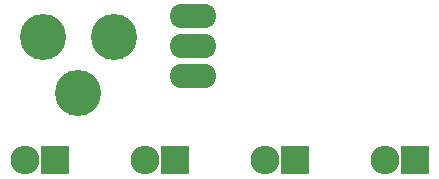
<source format=gbs>
G04 #@! TF.FileFunction,Soldermask,Bot*
%FSLAX46Y46*%
G04 Gerber Fmt 4.6, Leading zero omitted, Abs format (unit mm)*
G04 Created by KiCad (PCBNEW 4.0.1-3.201512221402+6198~38~ubuntu14.04.1-stable) date Mon 09 May 2016 07:42:58 PM PDT*
%MOMM*%
G01*
G04 APERTURE LIST*
%ADD10C,0.100000*%
%ADD11R,2.432000X2.432000*%
%ADD12O,2.432000X2.432000*%
%ADD13C,3.900120*%
%ADD14O,3.900120X2.099260*%
G04 APERTURE END LIST*
D10*
D11*
X106680000Y-101600000D03*
D12*
X104140000Y-101600000D03*
D11*
X116840000Y-101600000D03*
D12*
X114300000Y-101600000D03*
D11*
X127000000Y-101600000D03*
D12*
X124460000Y-101600000D03*
D11*
X137160000Y-101600000D03*
D12*
X134620000Y-101600000D03*
D13*
X111663480Y-91186000D03*
X105664000Y-91186000D03*
X108663740Y-95885000D03*
D14*
X118364000Y-91948000D03*
X118364000Y-89408000D03*
X118364000Y-94488000D03*
M02*

</source>
